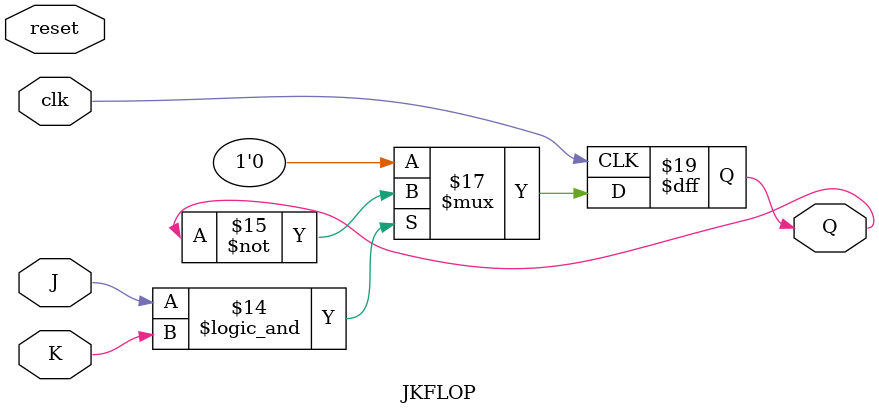
<source format=v>
`timescale 1ns / 1ps

// positive edge triggered JK flipflop 
// using synchronous reset 
module JKFLOP(input J,input K, clk,input reset,output reg Q);
always @ (posedge clk)
  begin 
  if (reset == 1'b0)
    if (J == 1'b0 && K == 1'b0)
      Q <= Q;
    if (J == 1'b0 && K == 1'b1)
      Q <= 1'b0;
    if (J == 1'b1 && K == 1'b0)
      Q <= 1'b1;
    if (J == 1'b1 && K == 1'b1)
      Q <= ~Q;
  else 
    Q <= 1'b0;
  end
endmodule

</source>
